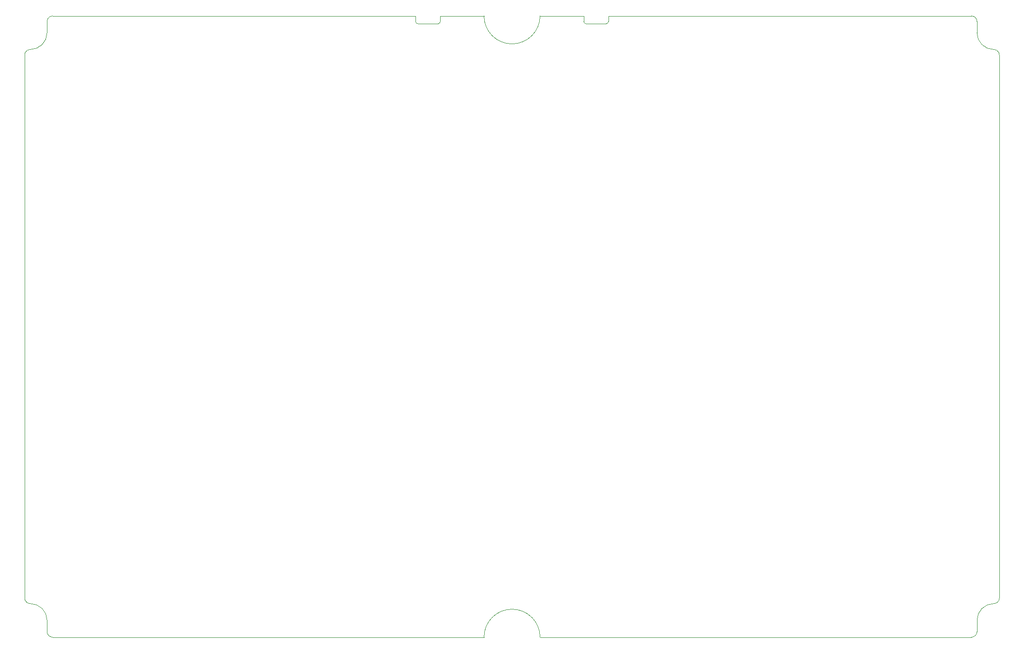
<source format=gm1>
G04 #@! TF.GenerationSoftware,KiCad,Pcbnew,7.0.8-7.0.8~ubuntu23.04.1*
G04 #@! TF.CreationDate,2023-10-22T17:34:01+00:00*
G04 #@! TF.ProjectId,pedalboard-hw,70656461-6c62-46f6-9172-642d68772e6b,3.0.2-RC*
G04 #@! TF.SameCoordinates,Original*
G04 #@! TF.FileFunction,Profile,NP*
%FSLAX46Y46*%
G04 Gerber Fmt 4.6, Leading zero omitted, Abs format (unit mm)*
G04 Created by KiCad (PCBNEW 7.0.8-7.0.8~ubuntu23.04.1) date 2023-10-22 17:34:01*
%MOMM*%
%LPD*%
G01*
G04 APERTURE LIST*
G04 #@! TA.AperFunction,Profile*
%ADD10C,0.100000*%
G04 #@! TD*
G04 APERTURE END LIST*
D10*
X122200000Y-20000000D02*
X187000000Y-20000000D01*
X18000000Y-124000000D02*
X18000000Y-27000000D01*
X22000000Y-130000000D02*
G75*
G03*
X23000000Y-131000000I1000000J0D01*
G01*
X110000000Y-131000000D02*
G75*
G03*
X100000000Y-131000000I-5000000J0D01*
G01*
X23000000Y-131000000D02*
X100000000Y-131000000D01*
X117800000Y-21000000D02*
G75*
G03*
X118200000Y-21400000I400000J0D01*
G01*
X100000000Y-20000000D02*
G75*
G03*
X110000000Y-20000000I5000000J0D01*
G01*
X87800000Y-21000000D02*
G75*
G03*
X88200000Y-21400000I400000J0D01*
G01*
X187000000Y-131000000D02*
G75*
G03*
X188000000Y-130000000I0J1000000D01*
G01*
X118200000Y-21400000D02*
X121799998Y-21400002D01*
X188000000Y-23000000D02*
G75*
G03*
X191000000Y-26000000I3000000J0D01*
G01*
X18000000Y-124000000D02*
G75*
G03*
X19000000Y-125000000I1000000J0D01*
G01*
X19000000Y-26000000D02*
G75*
G03*
X18000000Y-27000000I0J-1000000D01*
G01*
X192000000Y-27000000D02*
G75*
G03*
X191000000Y-26000000I-1000000J0D01*
G01*
X110000000Y-20000000D02*
X117800000Y-20000000D01*
X192000000Y-27000000D02*
X192000000Y-124000000D01*
X22000000Y-128000000D02*
G75*
G03*
X19000000Y-125000000I-3000000J0D01*
G01*
X188000000Y-128000000D02*
X188000000Y-130000000D01*
X117800000Y-20000000D02*
X117800000Y-21000000D01*
X92200000Y-21000000D02*
X92200000Y-20000000D01*
X188000000Y-21000000D02*
X188000000Y-23000000D01*
X92200000Y-20000000D02*
X100000000Y-20000000D01*
X91800000Y-21400000D02*
G75*
G03*
X92200000Y-21000000I0J400000D01*
G01*
X87800000Y-20000000D02*
X87800000Y-21000000D01*
X19000000Y-26000000D02*
G75*
G03*
X22000000Y-23000000I0J3000000D01*
G01*
X88200000Y-21400000D02*
X91800000Y-21400000D01*
X23000000Y-20000000D02*
G75*
G03*
X22000000Y-21000000I0J-1000000D01*
G01*
X87800000Y-20000000D02*
X23000000Y-20000000D01*
X22000000Y-21000000D02*
X22000000Y-23000000D01*
X121799998Y-21400000D02*
G75*
G03*
X122200000Y-21000000I2J400000D01*
G01*
X191000000Y-125000000D02*
G75*
G03*
X192000000Y-124000000I0J1000000D01*
G01*
X122200000Y-21000000D02*
X122200000Y-20000000D01*
X110000000Y-131000000D02*
X187000000Y-131000000D01*
X22000000Y-128000000D02*
X22000000Y-130000000D01*
X191000000Y-125000000D02*
G75*
G03*
X188000000Y-128000000I0J-3000000D01*
G01*
X188000000Y-21000000D02*
G75*
G03*
X187000000Y-20000000I-1000000J0D01*
G01*
M02*

</source>
